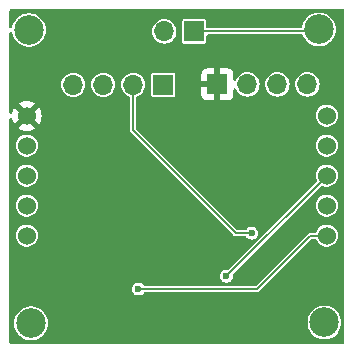
<source format=gbr>
G04 #@! TF.GenerationSoftware,KiCad,Pcbnew,8.0.1*
G04 #@! TF.CreationDate,2025-03-18T21:29:45-06:00*
G04 #@! TF.ProjectId,ColorSensing_Rev3,436f6c6f-7253-4656-9e73-696e675f5265,rev?*
G04 #@! TF.SameCoordinates,Original*
G04 #@! TF.FileFunction,Copper,L2,Bot*
G04 #@! TF.FilePolarity,Positive*
%FSLAX46Y46*%
G04 Gerber Fmt 4.6, Leading zero omitted, Abs format (unit mm)*
G04 Created by KiCad (PCBNEW 8.0.1) date 2025-03-18 21:29:45*
%MOMM*%
%LPD*%
G01*
G04 APERTURE LIST*
G04 #@! TA.AperFunction,ComponentPad*
%ADD10C,2.500000*%
G04 #@! TD*
G04 #@! TA.AperFunction,ComponentPad*
%ADD11C,1.524000*%
G04 #@! TD*
G04 #@! TA.AperFunction,ComponentPad*
%ADD12R,1.700000X1.700000*%
G04 #@! TD*
G04 #@! TA.AperFunction,ComponentPad*
%ADD13O,1.700000X1.700000*%
G04 #@! TD*
G04 #@! TA.AperFunction,ViaPad*
%ADD14C,0.600000*%
G04 #@! TD*
G04 #@! TA.AperFunction,Conductor*
%ADD15C,0.152400*%
G04 #@! TD*
G04 APERTURE END LIST*
D10*
X139320000Y-94360000D03*
D11*
X114115850Y-76865000D03*
X114115850Y-79405000D03*
X114115850Y-81945000D03*
X114115850Y-84485000D03*
X114115850Y-87025000D03*
X139515850Y-87025000D03*
X139515850Y-84485000D03*
X139515850Y-81945000D03*
X139515850Y-79405000D03*
X139515850Y-76865000D03*
D12*
X125670000Y-74240000D03*
D13*
X123130000Y-74240000D03*
X120590000Y-74240000D03*
X118050000Y-74240000D03*
D12*
X130260000Y-74210000D03*
D13*
X132800000Y-74210000D03*
X135340000Y-74210000D03*
X137880000Y-74210000D03*
D10*
X114300000Y-69600000D03*
X114480000Y-94420000D03*
X138850000Y-69550000D03*
D12*
X128300000Y-69720000D03*
D13*
X125760000Y-69720000D03*
D14*
X120660000Y-83230000D03*
X133110000Y-80880000D03*
X123570000Y-91520000D03*
X133170000Y-86800000D03*
X131020850Y-90440000D03*
D15*
X128300000Y-69720000D02*
X138680000Y-69720000D01*
X138680000Y-69720000D02*
X138850000Y-69550000D01*
X123610000Y-91560000D02*
X133580000Y-91560000D01*
X133580000Y-91560000D02*
X138115000Y-87025000D01*
X138115000Y-87025000D02*
X139515850Y-87025000D01*
X123570000Y-91520000D02*
X123610000Y-91560000D01*
X131830000Y-86800000D02*
X133170000Y-86800000D01*
X123130000Y-74240000D02*
X123130000Y-78100000D01*
X123130000Y-78100000D02*
X131830000Y-86800000D01*
X131020850Y-90440000D02*
X139515850Y-81945000D01*
G04 #@! TA.AperFunction,Conductor*
G36*
X140952539Y-67850185D02*
G01*
X140998294Y-67902989D01*
X141009500Y-67954500D01*
X141009500Y-96035500D01*
X140989815Y-96102539D01*
X140937011Y-96148294D01*
X140885500Y-96159500D01*
X112764500Y-96159500D01*
X112697461Y-96139815D01*
X112651706Y-96087011D01*
X112640500Y-96035500D01*
X112640500Y-94420005D01*
X113046805Y-94420005D01*
X113066351Y-94655892D01*
X113124458Y-94885355D01*
X113219543Y-95102126D01*
X113349003Y-95300281D01*
X113349006Y-95300285D01*
X113349008Y-95300287D01*
X113509323Y-95474436D01*
X113509326Y-95474438D01*
X113509329Y-95474441D01*
X113696108Y-95619817D01*
X113696114Y-95619821D01*
X113696117Y-95619823D01*
X113904292Y-95732482D01*
X114128171Y-95809340D01*
X114361648Y-95848300D01*
X114598352Y-95848300D01*
X114831829Y-95809340D01*
X115055708Y-95732482D01*
X115263883Y-95619823D01*
X115450677Y-95474436D01*
X115610992Y-95300287D01*
X115740457Y-95102125D01*
X115835541Y-94885358D01*
X115893648Y-94655896D01*
X115913195Y-94420000D01*
X115908223Y-94360005D01*
X137886805Y-94360005D01*
X137906351Y-94595892D01*
X137906351Y-94595895D01*
X137906352Y-94595896D01*
X137964459Y-94825358D01*
X137990778Y-94885358D01*
X138059543Y-95042126D01*
X138189003Y-95240281D01*
X138189006Y-95240285D01*
X138189008Y-95240287D01*
X138349323Y-95414436D01*
X138349326Y-95414438D01*
X138349329Y-95414441D01*
X138536108Y-95559817D01*
X138536114Y-95559821D01*
X138536117Y-95559823D01*
X138744292Y-95672482D01*
X138968171Y-95749340D01*
X139201648Y-95788300D01*
X139438352Y-95788300D01*
X139671829Y-95749340D01*
X139895708Y-95672482D01*
X140103883Y-95559823D01*
X140290677Y-95414436D01*
X140450992Y-95240287D01*
X140580457Y-95042125D01*
X140675541Y-94825358D01*
X140733648Y-94595896D01*
X140753195Y-94360000D01*
X140733648Y-94124104D01*
X140675541Y-93894642D01*
X140580457Y-93677875D01*
X140580456Y-93677873D01*
X140450996Y-93479718D01*
X140450993Y-93479715D01*
X140450992Y-93479713D01*
X140290677Y-93305564D01*
X140290672Y-93305560D01*
X140290670Y-93305558D01*
X140103891Y-93160182D01*
X140103885Y-93160178D01*
X139895709Y-93047518D01*
X139895700Y-93047515D01*
X139671831Y-92970660D01*
X139438352Y-92931700D01*
X139201648Y-92931700D01*
X138968168Y-92970660D01*
X138744299Y-93047515D01*
X138744290Y-93047518D01*
X138536114Y-93160178D01*
X138536108Y-93160182D01*
X138349329Y-93305558D01*
X138349326Y-93305561D01*
X138189003Y-93479718D01*
X138059543Y-93677873D01*
X137964458Y-93894644D01*
X137906351Y-94124107D01*
X137886805Y-94359994D01*
X137886805Y-94360005D01*
X115908223Y-94360005D01*
X115908223Y-94360000D01*
X115893648Y-94184107D01*
X115893648Y-94184104D01*
X115835541Y-93954642D01*
X115740457Y-93737875D01*
X115740456Y-93737873D01*
X115610996Y-93539718D01*
X115610993Y-93539715D01*
X115610992Y-93539713D01*
X115450677Y-93365564D01*
X115450672Y-93365560D01*
X115450670Y-93365558D01*
X115263891Y-93220182D01*
X115263885Y-93220178D01*
X115055709Y-93107518D01*
X115055700Y-93107515D01*
X114831831Y-93030660D01*
X114598352Y-92991700D01*
X114361648Y-92991700D01*
X114128168Y-93030660D01*
X113904299Y-93107515D01*
X113904290Y-93107518D01*
X113696114Y-93220178D01*
X113696108Y-93220182D01*
X113509329Y-93365558D01*
X113509326Y-93365561D01*
X113349003Y-93539718D01*
X113219543Y-93737873D01*
X113124458Y-93954644D01*
X113066351Y-94184107D01*
X113046805Y-94419994D01*
X113046805Y-94420005D01*
X112640500Y-94420005D01*
X112640500Y-91520000D01*
X123014750Y-91520000D01*
X123033670Y-91663708D01*
X123033671Y-91663712D01*
X123089137Y-91797622D01*
X123089138Y-91797624D01*
X123089139Y-91797625D01*
X123177379Y-91912621D01*
X123292375Y-92000861D01*
X123426291Y-92056330D01*
X123553280Y-92073048D01*
X123569999Y-92075250D01*
X123570000Y-92075250D01*
X123570001Y-92075250D01*
X123584977Y-92073278D01*
X123713709Y-92056330D01*
X123847625Y-92000861D01*
X123962621Y-91912621D01*
X124000687Y-91863013D01*
X124057115Y-91821811D01*
X124099062Y-91814500D01*
X133630621Y-91814500D01*
X133630623Y-91814500D01*
X133677393Y-91795127D01*
X133724160Y-91775757D01*
X133724161Y-91775755D01*
X133724163Y-91775755D01*
X138184098Y-87315818D01*
X138245421Y-87282334D01*
X138271779Y-87279500D01*
X138519762Y-87279500D01*
X138586801Y-87299185D01*
X138632556Y-87351989D01*
X138637693Y-87365183D01*
X138652111Y-87409560D01*
X138652113Y-87409564D01*
X138750939Y-87580737D01*
X138750941Y-87580739D01*
X138883201Y-87727628D01*
X139043110Y-87843809D01*
X139223681Y-87924204D01*
X139417021Y-87965300D01*
X139614679Y-87965300D01*
X139808019Y-87924204D01*
X139988590Y-87843809D01*
X140148499Y-87727628D01*
X140280759Y-87580739D01*
X140379588Y-87409561D01*
X140440668Y-87221576D01*
X140461329Y-87025000D01*
X140440668Y-86828424D01*
X140379588Y-86640439D01*
X140379586Y-86640435D01*
X140280760Y-86469262D01*
X140148500Y-86322373D01*
X140148498Y-86322371D01*
X139988590Y-86206191D01*
X139808019Y-86125796D01*
X139808017Y-86125795D01*
X139614679Y-86084700D01*
X139417021Y-86084700D01*
X139223681Y-86125795D01*
X139223676Y-86125797D01*
X139043111Y-86206191D01*
X139043106Y-86206193D01*
X138883201Y-86322371D01*
X138750939Y-86469262D01*
X138652113Y-86640435D01*
X138652111Y-86640439D01*
X138637693Y-86684817D01*
X138598257Y-86742493D01*
X138533898Y-86769692D01*
X138519762Y-86770500D01*
X138180066Y-86770500D01*
X138180058Y-86770499D01*
X138165624Y-86770499D01*
X138064377Y-86770499D01*
X138064376Y-86770499D01*
X138000291Y-86797045D01*
X138000290Y-86797045D01*
X137970840Y-86809243D01*
X137970834Y-86809247D01*
X133510901Y-91269181D01*
X133449578Y-91302666D01*
X133423220Y-91305500D01*
X124158898Y-91305500D01*
X124091859Y-91285815D01*
X124056256Y-91248478D01*
X124055808Y-91248823D01*
X124052606Y-91244650D01*
X124051514Y-91243505D01*
X124050865Y-91242381D01*
X124050861Y-91242376D01*
X124050861Y-91242375D01*
X123962621Y-91127379D01*
X123847625Y-91039139D01*
X123847624Y-91039138D01*
X123847622Y-91039137D01*
X123713712Y-90983671D01*
X123713710Y-90983670D01*
X123713709Y-90983670D01*
X123641854Y-90974210D01*
X123570001Y-90964750D01*
X123569999Y-90964750D01*
X123426291Y-90983670D01*
X123426287Y-90983671D01*
X123292377Y-91039137D01*
X123177379Y-91127379D01*
X123089137Y-91242377D01*
X123033671Y-91376287D01*
X123033670Y-91376291D01*
X123014750Y-91519999D01*
X123014750Y-91520000D01*
X112640500Y-91520000D01*
X112640500Y-90440000D01*
X130465600Y-90440000D01*
X130484520Y-90583708D01*
X130484521Y-90583712D01*
X130539987Y-90717622D01*
X130539988Y-90717624D01*
X130539989Y-90717625D01*
X130628229Y-90832621D01*
X130743225Y-90920861D01*
X130877141Y-90976330D01*
X131004130Y-90993048D01*
X131020849Y-90995250D01*
X131020850Y-90995250D01*
X131020851Y-90995250D01*
X131035827Y-90993278D01*
X131164559Y-90976330D01*
X131298475Y-90920861D01*
X131413471Y-90832621D01*
X131501711Y-90717625D01*
X131557180Y-90583709D01*
X131576100Y-90440000D01*
X131561357Y-90328017D01*
X131572122Y-90258982D01*
X131596612Y-90224154D01*
X137335765Y-84485000D01*
X138570371Y-84485000D01*
X138591032Y-84681578D01*
X138591033Y-84681580D01*
X138652112Y-84869562D01*
X138750939Y-85040737D01*
X138750941Y-85040739D01*
X138883201Y-85187628D01*
X139043110Y-85303809D01*
X139223681Y-85384204D01*
X139417021Y-85425300D01*
X139614679Y-85425300D01*
X139808019Y-85384204D01*
X139988590Y-85303809D01*
X140148499Y-85187628D01*
X140280759Y-85040739D01*
X140379588Y-84869561D01*
X140440668Y-84681576D01*
X140461329Y-84485000D01*
X140440668Y-84288424D01*
X140379588Y-84100439D01*
X140280759Y-83929261D01*
X140148499Y-83782372D01*
X139988590Y-83666191D01*
X139808019Y-83585796D01*
X139808017Y-83585795D01*
X139614679Y-83544700D01*
X139417021Y-83544700D01*
X139223681Y-83585795D01*
X139223676Y-83585797D01*
X139043111Y-83666191D01*
X139043106Y-83666193D01*
X138883201Y-83782371D01*
X138750939Y-83929262D01*
X138652112Y-84100437D01*
X138591033Y-84288419D01*
X138591032Y-84288421D01*
X138570371Y-84485000D01*
X137335765Y-84485000D01*
X138992431Y-82828334D01*
X139053752Y-82794851D01*
X139123444Y-82799835D01*
X139130530Y-82802730D01*
X139223681Y-82844204D01*
X139417021Y-82885300D01*
X139614679Y-82885300D01*
X139808019Y-82844204D01*
X139988590Y-82763809D01*
X140148499Y-82647628D01*
X140280759Y-82500739D01*
X140379588Y-82329561D01*
X140440668Y-82141576D01*
X140461329Y-81945000D01*
X140440668Y-81748424D01*
X140379588Y-81560439D01*
X140280759Y-81389261D01*
X140148499Y-81242372D01*
X139988590Y-81126191D01*
X139808019Y-81045796D01*
X139808017Y-81045795D01*
X139614679Y-81004700D01*
X139417021Y-81004700D01*
X139223681Y-81045795D01*
X139223676Y-81045797D01*
X139043111Y-81126191D01*
X139043106Y-81126193D01*
X138883201Y-81242371D01*
X138750939Y-81389262D01*
X138652112Y-81560437D01*
X138591033Y-81748419D01*
X138591032Y-81748421D01*
X138570371Y-81945000D01*
X138591032Y-82141578D01*
X138591033Y-82141580D01*
X138652112Y-82329563D01*
X138654191Y-82334232D01*
X138663471Y-82403483D01*
X138633838Y-82466758D01*
X138628589Y-82472341D01*
X133760335Y-87340595D01*
X133729691Y-87357327D01*
X133723059Y-87375777D01*
X133710595Y-87390335D01*
X131236696Y-89864234D01*
X131175373Y-89897719D01*
X131132830Y-89899492D01*
X131020852Y-89884750D01*
X131020849Y-89884750D01*
X130877141Y-89903670D01*
X130877137Y-89903671D01*
X130743227Y-89959137D01*
X130628229Y-90047379D01*
X130539987Y-90162377D01*
X130484521Y-90296287D01*
X130484520Y-90296291D01*
X130465600Y-90439999D01*
X130465600Y-90440000D01*
X112640500Y-90440000D01*
X112640500Y-87025000D01*
X113170371Y-87025000D01*
X113191032Y-87221578D01*
X113191033Y-87221580D01*
X113252112Y-87409562D01*
X113350939Y-87580737D01*
X113350941Y-87580739D01*
X113483201Y-87727628D01*
X113643110Y-87843809D01*
X113823681Y-87924204D01*
X114017021Y-87965300D01*
X114214679Y-87965300D01*
X114408019Y-87924204D01*
X114588590Y-87843809D01*
X114748499Y-87727628D01*
X114880759Y-87580739D01*
X114979588Y-87409561D01*
X115040668Y-87221576D01*
X115061329Y-87025000D01*
X115040668Y-86828424D01*
X114979588Y-86640439D01*
X114979586Y-86640435D01*
X114880760Y-86469262D01*
X114748500Y-86322373D01*
X114748498Y-86322371D01*
X114588590Y-86206191D01*
X114408019Y-86125796D01*
X114408017Y-86125795D01*
X114214679Y-86084700D01*
X114017021Y-86084700D01*
X113823681Y-86125795D01*
X113823676Y-86125797D01*
X113643111Y-86206191D01*
X113643106Y-86206193D01*
X113483201Y-86322371D01*
X113350939Y-86469262D01*
X113252112Y-86640437D01*
X113191033Y-86828419D01*
X113191032Y-86828421D01*
X113170371Y-87025000D01*
X112640500Y-87025000D01*
X112640500Y-84485000D01*
X113170371Y-84485000D01*
X113191032Y-84681578D01*
X113191033Y-84681580D01*
X113252112Y-84869562D01*
X113350939Y-85040737D01*
X113350941Y-85040739D01*
X113483201Y-85187628D01*
X113643110Y-85303809D01*
X113823681Y-85384204D01*
X114017021Y-85425300D01*
X114214679Y-85425300D01*
X114408019Y-85384204D01*
X114588590Y-85303809D01*
X114748499Y-85187628D01*
X114880759Y-85040739D01*
X114979588Y-84869561D01*
X115040668Y-84681576D01*
X115061329Y-84485000D01*
X115040668Y-84288424D01*
X114979588Y-84100439D01*
X114880759Y-83929261D01*
X114748499Y-83782372D01*
X114588590Y-83666191D01*
X114408019Y-83585796D01*
X114408017Y-83585795D01*
X114214679Y-83544700D01*
X114017021Y-83544700D01*
X113823681Y-83585795D01*
X113823676Y-83585797D01*
X113643111Y-83666191D01*
X113643106Y-83666193D01*
X113483201Y-83782371D01*
X113350939Y-83929262D01*
X113252112Y-84100437D01*
X113191033Y-84288419D01*
X113191032Y-84288421D01*
X113170371Y-84485000D01*
X112640500Y-84485000D01*
X112640500Y-81945000D01*
X113170371Y-81945000D01*
X113191032Y-82141578D01*
X113191033Y-82141580D01*
X113252112Y-82329562D01*
X113350939Y-82500737D01*
X113350941Y-82500739D01*
X113483201Y-82647628D01*
X113643110Y-82763809D01*
X113823681Y-82844204D01*
X114017021Y-82885300D01*
X114214679Y-82885300D01*
X114408019Y-82844204D01*
X114588590Y-82763809D01*
X114748499Y-82647628D01*
X114880759Y-82500739D01*
X114979588Y-82329561D01*
X115040668Y-82141576D01*
X115061329Y-81945000D01*
X115040668Y-81748424D01*
X114979588Y-81560439D01*
X114880759Y-81389261D01*
X114748499Y-81242372D01*
X114588590Y-81126191D01*
X114408019Y-81045796D01*
X114408017Y-81045795D01*
X114214679Y-81004700D01*
X114017021Y-81004700D01*
X113823681Y-81045795D01*
X113823676Y-81045797D01*
X113643111Y-81126191D01*
X113643106Y-81126193D01*
X113483201Y-81242371D01*
X113350939Y-81389262D01*
X113252112Y-81560437D01*
X113191033Y-81748419D01*
X113191032Y-81748421D01*
X113170371Y-81945000D01*
X112640500Y-81945000D01*
X112640500Y-79405000D01*
X113170371Y-79405000D01*
X113191032Y-79601578D01*
X113191033Y-79601580D01*
X113252112Y-79789562D01*
X113350939Y-79960737D01*
X113350941Y-79960739D01*
X113483201Y-80107628D01*
X113643110Y-80223809D01*
X113823681Y-80304204D01*
X114017021Y-80345300D01*
X114214679Y-80345300D01*
X114408019Y-80304204D01*
X114588590Y-80223809D01*
X114748499Y-80107628D01*
X114880759Y-79960739D01*
X114979588Y-79789561D01*
X115040668Y-79601576D01*
X115061329Y-79405000D01*
X115040668Y-79208424D01*
X114979588Y-79020439D01*
X114880759Y-78849261D01*
X114748499Y-78702372D01*
X114588590Y-78586191D01*
X114408019Y-78505796D01*
X114408017Y-78505795D01*
X114214679Y-78464700D01*
X114017021Y-78464700D01*
X113823681Y-78505795D01*
X113823676Y-78505797D01*
X113643111Y-78586191D01*
X113643106Y-78586193D01*
X113483201Y-78702371D01*
X113350939Y-78849262D01*
X113252112Y-79020437D01*
X113191033Y-79208419D01*
X113191032Y-79208421D01*
X113170371Y-79405000D01*
X112640500Y-79405000D01*
X112640500Y-77176786D01*
X112660185Y-77109747D01*
X112712989Y-77063992D01*
X112782147Y-77054048D01*
X112845703Y-77083073D01*
X112883477Y-77141851D01*
X112884275Y-77144693D01*
X112925425Y-77298270D01*
X112925430Y-77298284D01*
X113018748Y-77498405D01*
X113018751Y-77498411D01*
X113064108Y-77563187D01*
X113064109Y-77563188D01*
X113734850Y-76892447D01*
X113734850Y-76915160D01*
X113760814Y-77012061D01*
X113810974Y-77098940D01*
X113881910Y-77169876D01*
X113968789Y-77220036D01*
X114065690Y-77246000D01*
X114088403Y-77246000D01*
X113417660Y-77916740D01*
X113482440Y-77962099D01*
X113482442Y-77962100D01*
X113682565Y-78055419D01*
X113682579Y-78055424D01*
X113895863Y-78112573D01*
X113895873Y-78112575D01*
X114115849Y-78131821D01*
X114115851Y-78131821D01*
X114335826Y-78112575D01*
X114335836Y-78112573D01*
X114549120Y-78055424D01*
X114549134Y-78055419D01*
X114749257Y-77962100D01*
X114749267Y-77962094D01*
X114814038Y-77916741D01*
X114143298Y-77246000D01*
X114166010Y-77246000D01*
X114262911Y-77220036D01*
X114349790Y-77169876D01*
X114420726Y-77098940D01*
X114470886Y-77012061D01*
X114496850Y-76915160D01*
X114496850Y-76892447D01*
X115167591Y-77563188D01*
X115212944Y-77498417D01*
X115212950Y-77498407D01*
X115306269Y-77298284D01*
X115306274Y-77298270D01*
X115363423Y-77084986D01*
X115363425Y-77084976D01*
X115382671Y-76865000D01*
X115382671Y-76864999D01*
X115363425Y-76645023D01*
X115363423Y-76645013D01*
X115306274Y-76431729D01*
X115306270Y-76431720D01*
X115212946Y-76231586D01*
X115167591Y-76166811D01*
X115167590Y-76166810D01*
X114496850Y-76837551D01*
X114496850Y-76814840D01*
X114470886Y-76717939D01*
X114420726Y-76631060D01*
X114349790Y-76560124D01*
X114262911Y-76509964D01*
X114166010Y-76484000D01*
X114143298Y-76484000D01*
X114814038Y-75813259D01*
X114814037Y-75813258D01*
X114749261Y-75767901D01*
X114749255Y-75767898D01*
X114549134Y-75674580D01*
X114549120Y-75674575D01*
X114335836Y-75617426D01*
X114335826Y-75617424D01*
X114115851Y-75598179D01*
X114115849Y-75598179D01*
X113895873Y-75617424D01*
X113895863Y-75617426D01*
X113682579Y-75674575D01*
X113682570Y-75674579D01*
X113482440Y-75767901D01*
X113417661Y-75813258D01*
X114088403Y-76484000D01*
X114065690Y-76484000D01*
X113968789Y-76509964D01*
X113881910Y-76560124D01*
X113810974Y-76631060D01*
X113760814Y-76717939D01*
X113734850Y-76814840D01*
X113734850Y-76837553D01*
X113064108Y-76166811D01*
X113018751Y-76231590D01*
X112925429Y-76431720D01*
X112925426Y-76431726D01*
X112884275Y-76585307D01*
X112847910Y-76644967D01*
X112785063Y-76675496D01*
X112715687Y-76667201D01*
X112661810Y-76622716D01*
X112640535Y-76556164D01*
X112640500Y-76553213D01*
X112640500Y-74240000D01*
X117016724Y-74240000D01*
X117036577Y-74441580D01*
X117036578Y-74441582D01*
X117095377Y-74635418D01*
X117174828Y-74784060D01*
X117190864Y-74814060D01*
X117319363Y-74970636D01*
X117439388Y-75069138D01*
X117475943Y-75099138D01*
X117654582Y-75194623D01*
X117848418Y-75253422D01*
X118050000Y-75273276D01*
X118251582Y-75253422D01*
X118445418Y-75194623D01*
X118624057Y-75099138D01*
X118780636Y-74970636D01*
X118909138Y-74814057D01*
X119004623Y-74635418D01*
X119063422Y-74441582D01*
X119083276Y-74240000D01*
X119556724Y-74240000D01*
X119576577Y-74441580D01*
X119576578Y-74441582D01*
X119635377Y-74635418D01*
X119714828Y-74784060D01*
X119730864Y-74814060D01*
X119859363Y-74970636D01*
X119979388Y-75069138D01*
X120015943Y-75099138D01*
X120194582Y-75194623D01*
X120388418Y-75253422D01*
X120590000Y-75273276D01*
X120791582Y-75253422D01*
X120985418Y-75194623D01*
X121164057Y-75099138D01*
X121320636Y-74970636D01*
X121449138Y-74814057D01*
X121544623Y-74635418D01*
X121603422Y-74441582D01*
X121623276Y-74240000D01*
X122096724Y-74240000D01*
X122116577Y-74441580D01*
X122116578Y-74441582D01*
X122175377Y-74635418D01*
X122254828Y-74784060D01*
X122270864Y-74814060D01*
X122399363Y-74970636D01*
X122519388Y-75069138D01*
X122555943Y-75099138D01*
X122734582Y-75194623D01*
X122787496Y-75210674D01*
X122845934Y-75248971D01*
X122874390Y-75312783D01*
X122875500Y-75329334D01*
X122875500Y-78150621D01*
X122875501Y-78150626D01*
X122914242Y-78244160D01*
X131685839Y-87015757D01*
X131758182Y-87045721D01*
X131779377Y-87054500D01*
X131880623Y-87054500D01*
X132610245Y-87054500D01*
X132677284Y-87074185D01*
X132708617Y-87103009D01*
X132777379Y-87192621D01*
X132892375Y-87280861D01*
X133026291Y-87336330D01*
X133145231Y-87351989D01*
X133169999Y-87355250D01*
X133170000Y-87355250D01*
X133170001Y-87355250D01*
X133194769Y-87351989D01*
X133313709Y-87336330D01*
X133447625Y-87280861D01*
X133547429Y-87204278D01*
X133562764Y-87198349D01*
X133563822Y-87193487D01*
X133574274Y-87177434D01*
X133650861Y-87077625D01*
X133706330Y-86943709D01*
X133725250Y-86800000D01*
X133706330Y-86656291D01*
X133650861Y-86522375D01*
X133562621Y-86407379D01*
X133447625Y-86319139D01*
X133447624Y-86319138D01*
X133447622Y-86319137D01*
X133313712Y-86263671D01*
X133313710Y-86263670D01*
X133313709Y-86263670D01*
X133241854Y-86254210D01*
X133170001Y-86244750D01*
X133169999Y-86244750D01*
X133026291Y-86263670D01*
X133026287Y-86263671D01*
X132892377Y-86319137D01*
X132888160Y-86322373D01*
X132777379Y-86407379D01*
X132708618Y-86496988D01*
X132652193Y-86538189D01*
X132610245Y-86545500D01*
X131986780Y-86545500D01*
X131919741Y-86525815D01*
X131899099Y-86509181D01*
X124794918Y-79405000D01*
X138570371Y-79405000D01*
X138591032Y-79601578D01*
X138591033Y-79601580D01*
X138652112Y-79789562D01*
X138750939Y-79960737D01*
X138750941Y-79960739D01*
X138883201Y-80107628D01*
X139043110Y-80223809D01*
X139223681Y-80304204D01*
X139417021Y-80345300D01*
X139614679Y-80345300D01*
X139808019Y-80304204D01*
X139988590Y-80223809D01*
X140148499Y-80107628D01*
X140280759Y-79960739D01*
X140379588Y-79789561D01*
X140440668Y-79601576D01*
X140461329Y-79405000D01*
X140440668Y-79208424D01*
X140379588Y-79020439D01*
X140280759Y-78849261D01*
X140148499Y-78702372D01*
X139988590Y-78586191D01*
X139808019Y-78505796D01*
X139808017Y-78505795D01*
X139614679Y-78464700D01*
X139417021Y-78464700D01*
X139223681Y-78505795D01*
X139223676Y-78505797D01*
X139043111Y-78586191D01*
X139043106Y-78586193D01*
X138883201Y-78702371D01*
X138750939Y-78849262D01*
X138652112Y-79020437D01*
X138591033Y-79208419D01*
X138591032Y-79208421D01*
X138570371Y-79405000D01*
X124794918Y-79405000D01*
X123420819Y-78030901D01*
X123387334Y-77969578D01*
X123384500Y-77943220D01*
X123384500Y-76865000D01*
X138570371Y-76865000D01*
X138591032Y-77061578D01*
X138591033Y-77061580D01*
X138652112Y-77249562D01*
X138750939Y-77420737D01*
X138750941Y-77420739D01*
X138883201Y-77567628D01*
X139043110Y-77683809D01*
X139223681Y-77764204D01*
X139417021Y-77805300D01*
X139614679Y-77805300D01*
X139808019Y-77764204D01*
X139988590Y-77683809D01*
X140148499Y-77567628D01*
X140280759Y-77420739D01*
X140379588Y-77249561D01*
X140440668Y-77061576D01*
X140461329Y-76865000D01*
X140440668Y-76668424D01*
X140379588Y-76480439D01*
X140379587Y-76480437D01*
X140280760Y-76309262D01*
X140148500Y-76162373D01*
X140148498Y-76162371D01*
X139988590Y-76046191D01*
X139808019Y-75965796D01*
X139808017Y-75965795D01*
X139614679Y-75924700D01*
X139417021Y-75924700D01*
X139223681Y-75965795D01*
X139223676Y-75965797D01*
X139043111Y-76046191D01*
X139043106Y-76046193D01*
X138883201Y-76162371D01*
X138750939Y-76309262D01*
X138652112Y-76480437D01*
X138591033Y-76668419D01*
X138591032Y-76668421D01*
X138570371Y-76865000D01*
X123384500Y-76865000D01*
X123384500Y-75329334D01*
X123404185Y-75262295D01*
X123456989Y-75216540D01*
X123472496Y-75210676D01*
X123525418Y-75194623D01*
X123688304Y-75107558D01*
X124641700Y-75107558D01*
X124641754Y-75107827D01*
X124652045Y-75159569D01*
X124691453Y-75218547D01*
X124750431Y-75257955D01*
X124750432Y-75257955D01*
X124750433Y-75257956D01*
X124781578Y-75264150D01*
X124802439Y-75268300D01*
X126537560Y-75268299D01*
X126589569Y-75257955D01*
X126648547Y-75218547D01*
X126687955Y-75159569D01*
X126698244Y-75107844D01*
X128910000Y-75107844D01*
X128916401Y-75167372D01*
X128916403Y-75167379D01*
X128966645Y-75302086D01*
X128966649Y-75302093D01*
X129052809Y-75417187D01*
X129052812Y-75417190D01*
X129167906Y-75503350D01*
X129167913Y-75503354D01*
X129302620Y-75553596D01*
X129302627Y-75553598D01*
X129362155Y-75559999D01*
X129362172Y-75560000D01*
X130010000Y-75560000D01*
X130010000Y-74643012D01*
X130067007Y-74675925D01*
X130194174Y-74710000D01*
X130325826Y-74710000D01*
X130452993Y-74675925D01*
X130510000Y-74643012D01*
X130510000Y-75560000D01*
X131157828Y-75560000D01*
X131157844Y-75559999D01*
X131217372Y-75553598D01*
X131217379Y-75553596D01*
X131352086Y-75503354D01*
X131352093Y-75503350D01*
X131467187Y-75417190D01*
X131467190Y-75417187D01*
X131553350Y-75302093D01*
X131553354Y-75302086D01*
X131603596Y-75167379D01*
X131603598Y-75167372D01*
X131609999Y-75107844D01*
X131610000Y-75107827D01*
X131610000Y-74660094D01*
X131629685Y-74593055D01*
X131682489Y-74547300D01*
X131751647Y-74537356D01*
X131815203Y-74566381D01*
X131843358Y-74601640D01*
X131845376Y-74605416D01*
X131845377Y-74605418D01*
X131861413Y-74635420D01*
X131940864Y-74784060D01*
X132069363Y-74940636D01*
X132225939Y-75069135D01*
X132225943Y-75069138D01*
X132404582Y-75164623D01*
X132598418Y-75223422D01*
X132800000Y-75243276D01*
X133001582Y-75223422D01*
X133195418Y-75164623D01*
X133374057Y-75069138D01*
X133530636Y-74940636D01*
X133659138Y-74784057D01*
X133754623Y-74605418D01*
X133813422Y-74411582D01*
X133833276Y-74210000D01*
X134306724Y-74210000D01*
X134326577Y-74411580D01*
X134335678Y-74441582D01*
X134373535Y-74566381D01*
X134385378Y-74605420D01*
X134480864Y-74784060D01*
X134609363Y-74940636D01*
X134765939Y-75069135D01*
X134765943Y-75069138D01*
X134944582Y-75164623D01*
X135138418Y-75223422D01*
X135340000Y-75243276D01*
X135541582Y-75223422D01*
X135735418Y-75164623D01*
X135914057Y-75069138D01*
X136070636Y-74940636D01*
X136199138Y-74784057D01*
X136294623Y-74605418D01*
X136353422Y-74411582D01*
X136373276Y-74210000D01*
X136846724Y-74210000D01*
X136866577Y-74411580D01*
X136875678Y-74441582D01*
X136913535Y-74566381D01*
X136925378Y-74605420D01*
X137020864Y-74784060D01*
X137149363Y-74940636D01*
X137305939Y-75069135D01*
X137305943Y-75069138D01*
X137484582Y-75164623D01*
X137678418Y-75223422D01*
X137880000Y-75243276D01*
X138081582Y-75223422D01*
X138275418Y-75164623D01*
X138454057Y-75069138D01*
X138610636Y-74940636D01*
X138739138Y-74784057D01*
X138834623Y-74605418D01*
X138893422Y-74411582D01*
X138913276Y-74210000D01*
X138893422Y-74008418D01*
X138834623Y-73814582D01*
X138739138Y-73635943D01*
X138635256Y-73509363D01*
X138610636Y-73479363D01*
X138454060Y-73350864D01*
X138454058Y-73350863D01*
X138454057Y-73350862D01*
X138286785Y-73261453D01*
X138275420Y-73255378D01*
X138275419Y-73255377D01*
X138275418Y-73255377D01*
X138165530Y-73222043D01*
X138081580Y-73196577D01*
X137880000Y-73176724D01*
X137678419Y-73196577D01*
X137484579Y-73255378D01*
X137305939Y-73350864D01*
X137149363Y-73479363D01*
X137020864Y-73635939D01*
X136925378Y-73814579D01*
X136866577Y-74008419D01*
X136846724Y-74210000D01*
X136373276Y-74210000D01*
X136353422Y-74008418D01*
X136294623Y-73814582D01*
X136199138Y-73635943D01*
X136095256Y-73509363D01*
X136070636Y-73479363D01*
X135914060Y-73350864D01*
X135914058Y-73350863D01*
X135914057Y-73350862D01*
X135746785Y-73261453D01*
X135735420Y-73255378D01*
X135735419Y-73255377D01*
X135735418Y-73255377D01*
X135625530Y-73222043D01*
X135541580Y-73196577D01*
X135340000Y-73176724D01*
X135138419Y-73196577D01*
X134944579Y-73255378D01*
X134765939Y-73350864D01*
X134609363Y-73479363D01*
X134480864Y-73635939D01*
X134385378Y-73814579D01*
X134326577Y-74008419D01*
X134306724Y-74210000D01*
X133833276Y-74210000D01*
X133813422Y-74008418D01*
X133754623Y-73814582D01*
X133659138Y-73635943D01*
X133555256Y-73509363D01*
X133530636Y-73479363D01*
X133374060Y-73350864D01*
X133374058Y-73350863D01*
X133374057Y-73350862D01*
X133206785Y-73261453D01*
X133195420Y-73255378D01*
X133195419Y-73255377D01*
X133195418Y-73255377D01*
X133085530Y-73222043D01*
X133001580Y-73196577D01*
X132800000Y-73176724D01*
X132598419Y-73196577D01*
X132404579Y-73255378D01*
X132225939Y-73350864D01*
X132069363Y-73479363D01*
X131940864Y-73635939D01*
X131843358Y-73818359D01*
X131794395Y-73868203D01*
X131726258Y-73883663D01*
X131660578Y-73859831D01*
X131618209Y-73804273D01*
X131610000Y-73759905D01*
X131610000Y-73312172D01*
X131609999Y-73312155D01*
X131603598Y-73252627D01*
X131603596Y-73252620D01*
X131553354Y-73117913D01*
X131553350Y-73117906D01*
X131467190Y-73002812D01*
X131467187Y-73002809D01*
X131352093Y-72916649D01*
X131352086Y-72916645D01*
X131217379Y-72866403D01*
X131217372Y-72866401D01*
X131157844Y-72860000D01*
X130510000Y-72860000D01*
X130510000Y-73776988D01*
X130452993Y-73744075D01*
X130325826Y-73710000D01*
X130194174Y-73710000D01*
X130067007Y-73744075D01*
X130010000Y-73776988D01*
X130010000Y-72860000D01*
X129362155Y-72860000D01*
X129302627Y-72866401D01*
X129302620Y-72866403D01*
X129167913Y-72916645D01*
X129167906Y-72916649D01*
X129052812Y-73002809D01*
X129052809Y-73002812D01*
X128966649Y-73117906D01*
X128966645Y-73117913D01*
X128916403Y-73252620D01*
X128916401Y-73252627D01*
X128910000Y-73312155D01*
X128910000Y-73960000D01*
X129826988Y-73960000D01*
X129794075Y-74017007D01*
X129760000Y-74144174D01*
X129760000Y-74275826D01*
X129794075Y-74402993D01*
X129826988Y-74460000D01*
X128910000Y-74460000D01*
X128910000Y-75107844D01*
X126698244Y-75107844D01*
X126698300Y-75107561D01*
X126698299Y-73372440D01*
X126687955Y-73320431D01*
X126648547Y-73261453D01*
X126589569Y-73222045D01*
X126589568Y-73222044D01*
X126589567Y-73222044D01*
X126589566Y-73222043D01*
X126537563Y-73211700D01*
X124802441Y-73211700D01*
X124750430Y-73222045D01*
X124711022Y-73248377D01*
X124691455Y-73261452D01*
X124691452Y-73261454D01*
X124652044Y-73320432D01*
X124652043Y-73320433D01*
X124641700Y-73372434D01*
X124641700Y-75107558D01*
X123688304Y-75107558D01*
X123704057Y-75099138D01*
X123860636Y-74970636D01*
X123989138Y-74814057D01*
X124084623Y-74635418D01*
X124143422Y-74441582D01*
X124163276Y-74240000D01*
X124143422Y-74038418D01*
X124084623Y-73844582D01*
X123989138Y-73665943D01*
X123989135Y-73665939D01*
X123860636Y-73509363D01*
X123704060Y-73380864D01*
X123704058Y-73380863D01*
X123704057Y-73380862D01*
X123525418Y-73285377D01*
X123417432Y-73252620D01*
X123331580Y-73226577D01*
X123130000Y-73206724D01*
X122928419Y-73226577D01*
X122734579Y-73285378D01*
X122555939Y-73380864D01*
X122399363Y-73509363D01*
X122270864Y-73665939D01*
X122175378Y-73844579D01*
X122116577Y-74038419D01*
X122096724Y-74240000D01*
X121623276Y-74240000D01*
X121603422Y-74038418D01*
X121544623Y-73844582D01*
X121449138Y-73665943D01*
X121449135Y-73665939D01*
X121320636Y-73509363D01*
X121164060Y-73380864D01*
X121164058Y-73380863D01*
X121164057Y-73380862D01*
X120985418Y-73285377D01*
X120877432Y-73252620D01*
X120791580Y-73226577D01*
X120590000Y-73206724D01*
X120388419Y-73226577D01*
X120194579Y-73285378D01*
X120015939Y-73380864D01*
X119859363Y-73509363D01*
X119730864Y-73665939D01*
X119635378Y-73844579D01*
X119576577Y-74038419D01*
X119556724Y-74240000D01*
X119083276Y-74240000D01*
X119063422Y-74038418D01*
X119004623Y-73844582D01*
X118909138Y-73665943D01*
X118909135Y-73665939D01*
X118780636Y-73509363D01*
X118624060Y-73380864D01*
X118624058Y-73380863D01*
X118624057Y-73380862D01*
X118445418Y-73285377D01*
X118337432Y-73252620D01*
X118251580Y-73226577D01*
X118050000Y-73206724D01*
X117848419Y-73226577D01*
X117654579Y-73285378D01*
X117475939Y-73380864D01*
X117319363Y-73509363D01*
X117190864Y-73665939D01*
X117095378Y-73844579D01*
X117036577Y-74038419D01*
X117016724Y-74240000D01*
X112640500Y-74240000D01*
X112640500Y-69859044D01*
X112660185Y-69792005D01*
X112712989Y-69746250D01*
X112782147Y-69736306D01*
X112845703Y-69765331D01*
X112883477Y-69824109D01*
X112885042Y-69830936D01*
X112885093Y-69830924D01*
X112944458Y-70065355D01*
X113039543Y-70282126D01*
X113169003Y-70480281D01*
X113169006Y-70480285D01*
X113169008Y-70480287D01*
X113329323Y-70654436D01*
X113329326Y-70654438D01*
X113329329Y-70654441D01*
X113516108Y-70799817D01*
X113516114Y-70799821D01*
X113516117Y-70799823D01*
X113724292Y-70912482D01*
X113948171Y-70989340D01*
X114181648Y-71028300D01*
X114418352Y-71028300D01*
X114651829Y-70989340D01*
X114875708Y-70912482D01*
X115083883Y-70799823D01*
X115270677Y-70654436D01*
X115430992Y-70480287D01*
X115560457Y-70282125D01*
X115655541Y-70065358D01*
X115713648Y-69835896D01*
X115722335Y-69731053D01*
X115723251Y-69720000D01*
X124726724Y-69720000D01*
X124746577Y-69921580D01*
X124746578Y-69921582D01*
X124805377Y-70115418D01*
X124894484Y-70282125D01*
X124900864Y-70294060D01*
X125029363Y-70450636D01*
X125185939Y-70579135D01*
X125185943Y-70579138D01*
X125364582Y-70674623D01*
X125558418Y-70733422D01*
X125760000Y-70753276D01*
X125961582Y-70733422D01*
X126155418Y-70674623D01*
X126318304Y-70587558D01*
X127271700Y-70587558D01*
X127275058Y-70604441D01*
X127282045Y-70639569D01*
X127321453Y-70698547D01*
X127380431Y-70737955D01*
X127380432Y-70737955D01*
X127380433Y-70737956D01*
X127411578Y-70744150D01*
X127432439Y-70748300D01*
X129167560Y-70748299D01*
X129219569Y-70737955D01*
X129278547Y-70698547D01*
X129317955Y-70639569D01*
X129328300Y-70587561D01*
X129328300Y-70098500D01*
X129347985Y-70031461D01*
X129400789Y-69985706D01*
X129452300Y-69974500D01*
X137395524Y-69974500D01*
X137462563Y-69994185D01*
X137508318Y-70046989D01*
X137509057Y-70048638D01*
X137530929Y-70098500D01*
X137589543Y-70232126D01*
X137719003Y-70430281D01*
X137719006Y-70430285D01*
X137719008Y-70430287D01*
X137879323Y-70604436D01*
X137879326Y-70604438D01*
X137879329Y-70604441D01*
X138066108Y-70749817D01*
X138066114Y-70749821D01*
X138066117Y-70749823D01*
X138274292Y-70862482D01*
X138498171Y-70939340D01*
X138731648Y-70978300D01*
X138968352Y-70978300D01*
X139201829Y-70939340D01*
X139425708Y-70862482D01*
X139633883Y-70749823D01*
X139649133Y-70737954D01*
X139756434Y-70654438D01*
X139820677Y-70604436D01*
X139980992Y-70430287D01*
X140110457Y-70232125D01*
X140205541Y-70015358D01*
X140263648Y-69785896D01*
X140272335Y-69681053D01*
X140283195Y-69550005D01*
X140283195Y-69549994D01*
X140267105Y-69355829D01*
X140263648Y-69314104D01*
X140205541Y-69084642D01*
X140110457Y-68867875D01*
X140105877Y-68860864D01*
X139980996Y-68669718D01*
X139980993Y-68669715D01*
X139980992Y-68669713D01*
X139820677Y-68495564D01*
X139820672Y-68495560D01*
X139820670Y-68495558D01*
X139633891Y-68350182D01*
X139633885Y-68350178D01*
X139425709Y-68237518D01*
X139425700Y-68237515D01*
X139201831Y-68160660D01*
X138968352Y-68121700D01*
X138731648Y-68121700D01*
X138498168Y-68160660D01*
X138274299Y-68237515D01*
X138274290Y-68237518D01*
X138066114Y-68350178D01*
X138066108Y-68350182D01*
X137879329Y-68495558D01*
X137879326Y-68495561D01*
X137719003Y-68669718D01*
X137589543Y-68867873D01*
X137494458Y-69084644D01*
X137436352Y-69314101D01*
X137436352Y-69314104D01*
X137433233Y-69351741D01*
X137408080Y-69416925D01*
X137351678Y-69458163D01*
X137309657Y-69465500D01*
X129452299Y-69465500D01*
X129385260Y-69445815D01*
X129339505Y-69393011D01*
X129328299Y-69341500D01*
X129328299Y-68852441D01*
X129317955Y-68800433D01*
X129317955Y-68800431D01*
X129278547Y-68741453D01*
X129219569Y-68702045D01*
X129219568Y-68702044D01*
X129219567Y-68702044D01*
X129219566Y-68702043D01*
X129167563Y-68691700D01*
X127432441Y-68691700D01*
X127380430Y-68702045D01*
X127341022Y-68728377D01*
X127321455Y-68741452D01*
X127321452Y-68741454D01*
X127282044Y-68800432D01*
X127282043Y-68800433D01*
X127271700Y-68852434D01*
X127271700Y-70587558D01*
X126318304Y-70587558D01*
X126334057Y-70579138D01*
X126490636Y-70450636D01*
X126619138Y-70294057D01*
X126714623Y-70115418D01*
X126773422Y-69921582D01*
X126793276Y-69720000D01*
X126773422Y-69518418D01*
X126714623Y-69324582D01*
X126619138Y-69145943D01*
X126609865Y-69134644D01*
X126490636Y-68989363D01*
X126334060Y-68860864D01*
X126334058Y-68860863D01*
X126334057Y-68860862D01*
X126155418Y-68765377D01*
X126058500Y-68735977D01*
X125961580Y-68706577D01*
X125760000Y-68686724D01*
X125558419Y-68706577D01*
X125364579Y-68765378D01*
X125185939Y-68860864D01*
X125029363Y-68989363D01*
X124900864Y-69145939D01*
X124805378Y-69324579D01*
X124746577Y-69518419D01*
X124726724Y-69720000D01*
X115723251Y-69720000D01*
X115733195Y-69600005D01*
X115733195Y-69599994D01*
X115713648Y-69364107D01*
X115713648Y-69364104D01*
X115655541Y-69134642D01*
X115560457Y-68917875D01*
X115527791Y-68867875D01*
X115430996Y-68719718D01*
X115430993Y-68719715D01*
X115430992Y-68719713D01*
X115270677Y-68545564D01*
X115270672Y-68545560D01*
X115270670Y-68545558D01*
X115083891Y-68400182D01*
X115083885Y-68400178D01*
X114875709Y-68287518D01*
X114875700Y-68287515D01*
X114651831Y-68210660D01*
X114418352Y-68171700D01*
X114181648Y-68171700D01*
X113948168Y-68210660D01*
X113724299Y-68287515D01*
X113724290Y-68287518D01*
X113516114Y-68400178D01*
X113516108Y-68400182D01*
X113329329Y-68545558D01*
X113329326Y-68545561D01*
X113169003Y-68719718D01*
X113039543Y-68917873D01*
X112966391Y-69084642D01*
X112944459Y-69134642D01*
X112888448Y-69355829D01*
X112885093Y-69369076D01*
X112883295Y-69368620D01*
X112856357Y-69424251D01*
X112796742Y-69460690D01*
X112726890Y-69459114D01*
X112668979Y-69420023D01*
X112641395Y-69355829D01*
X112640500Y-69340955D01*
X112640500Y-67954500D01*
X112660185Y-67887461D01*
X112712989Y-67841706D01*
X112764500Y-67830500D01*
X140885500Y-67830500D01*
X140952539Y-67850185D01*
G37*
G04 #@! TD.AperFunction*
M02*

</source>
